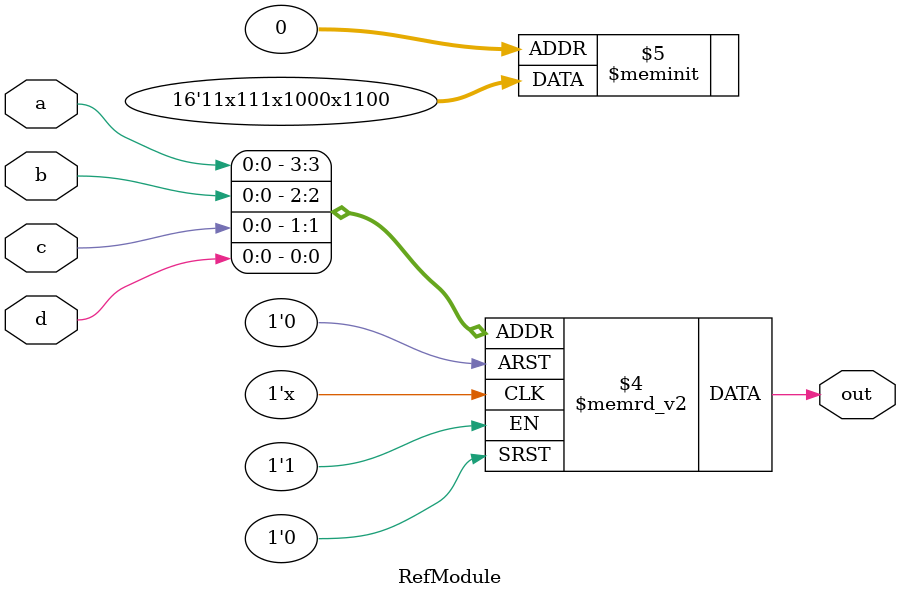
<source format=v>
module RefModule (
  input a,
  input b,
  input c,
  input d,
  output reg out
);

  always @(*) begin
    case({a,b,c,d})
      4'h0: out = 0;
      4'h1: out = 0;
      4'h3: out = 1;
      4'h2: out = 1;
      4'h4: out = 1'bx;
      4'h5: out = 0;
      4'h7: out = 0;
      4'h6: out = 0;
      4'hc: out = 1;
      4'hd: out = 1'bx;
      4'hf: out = 1;
      4'he: out = 1;
      4'h8: out = 1;
      4'h9: out = 1'bx;
      4'hb: out = 1;
      4'ha: out = 1;
    endcase
  end

endmodule
</source>
